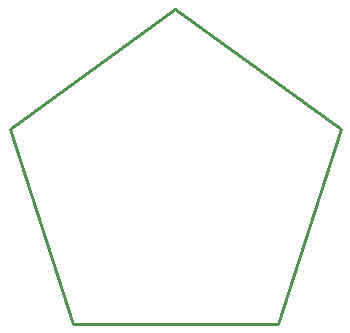
<source format=gbr>
G04 EAGLE Gerber RS-274X export*
G75*
%MOMM*%
%FSLAX34Y34*%
%LPD*%
%IN*%
%IPPOS*%
%AMOC8*
5,1,8,0,0,1.08239X$1,22.5*%
G01*
%ADD10C,0.254000*%


D10*
X206102Y391702D02*
X259602Y227002D01*
X432802Y227002D01*
X486302Y391702D01*
X346202Y493502D01*
X206102Y391702D01*
M02*

</source>
